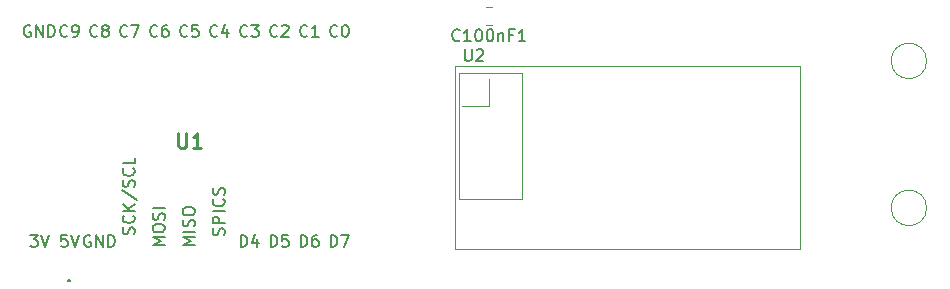
<source format=gbr>
%TF.GenerationSoftware,KiCad,Pcbnew,(5.1.8)-1*%
%TF.CreationDate,2021-03-07T23:02:04+01:00*%
%TF.ProjectId,Telemetry_receiver,54656c65-6d65-4747-9279-5f7265636569,rev?*%
%TF.SameCoordinates,Original*%
%TF.FileFunction,Legend,Top*%
%TF.FilePolarity,Positive*%
%FSLAX46Y46*%
G04 Gerber Fmt 4.6, Leading zero omitted, Abs format (unit mm)*
G04 Created by KiCad (PCBNEW (5.1.8)-1) date 2021-03-07 23:02:04*
%MOMM*%
%LPD*%
G01*
G04 APERTURE LIST*
%ADD10C,0.120000*%
%ADD11C,0.132190*%
%ADD12C,0.150000*%
%ADD13C,0.254000*%
G04 APERTURE END LIST*
D10*
%TO.C, *%
X207240833Y-97790000D02*
G75*
G03*
X207240833Y-97790000I-1500833J0D01*
G01*
X207240833Y-110236000D02*
G75*
G03*
X207240833Y-110236000I-1500833J0D01*
G01*
D11*
%TO.C,U1*%
X134718000Y-116384000D02*
X134718000Y-116384000D01*
X134586000Y-116384000D02*
X134586000Y-116384000D01*
X134718000Y-116384000D02*
G75*
G03*
X134586000Y-116384000I-66000J0D01*
G01*
X134586000Y-116384000D02*
G75*
G03*
X134718000Y-116384000I66000J0D01*
G01*
D10*
%TO.C,U2*%
X167640000Y-98806000D02*
X167640000Y-98806000D01*
X167640000Y-109474000D02*
X167640000Y-98806000D01*
X167310000Y-98230000D02*
X167310000Y-98230000D01*
X167310000Y-113680000D02*
X167310000Y-98230000D01*
X196510000Y-113680000D02*
X167310000Y-113680000D01*
X196510000Y-98230000D02*
X196510000Y-113680000D01*
X167310000Y-98230000D02*
X196510000Y-98230000D01*
X167894000Y-101600000D02*
X167894000Y-101600000D01*
X170180000Y-101600000D02*
X167894000Y-101600000D01*
X170180000Y-99314000D02*
X170180000Y-101600000D01*
X167640000Y-109474000D02*
X167640000Y-109474000D01*
X172974000Y-109474000D02*
X167640000Y-109474000D01*
X172974000Y-98806000D02*
X172974000Y-109474000D01*
X167640000Y-98806000D02*
X172974000Y-98806000D01*
%TO.C,C100nF1*%
X170441252Y-93245000D02*
X169918748Y-93245000D01*
X170441252Y-94715000D02*
X169918748Y-94715000D01*
%TO.C, *%
D12*
%TO.C,U1*%
D13*
X143847380Y-103907523D02*
X143847380Y-104935619D01*
X143907857Y-105056571D01*
X143968333Y-105117047D01*
X144089285Y-105177523D01*
X144331190Y-105177523D01*
X144452142Y-105117047D01*
X144512619Y-105056571D01*
X144573095Y-104935619D01*
X144573095Y-103907523D01*
X145843095Y-105177523D02*
X145117380Y-105177523D01*
X145480238Y-105177523D02*
X145480238Y-103907523D01*
X145359285Y-104088952D01*
X145238333Y-104209904D01*
X145117380Y-104270380D01*
D12*
X131353095Y-94795000D02*
X131257857Y-94747380D01*
X131115000Y-94747380D01*
X130972142Y-94795000D01*
X130876904Y-94890238D01*
X130829285Y-94985476D01*
X130781666Y-95175952D01*
X130781666Y-95318809D01*
X130829285Y-95509285D01*
X130876904Y-95604523D01*
X130972142Y-95699761D01*
X131115000Y-95747380D01*
X131210238Y-95747380D01*
X131353095Y-95699761D01*
X131400714Y-95652142D01*
X131400714Y-95318809D01*
X131210238Y-95318809D01*
X131829285Y-95747380D02*
X131829285Y-94747380D01*
X132400714Y-95747380D01*
X132400714Y-94747380D01*
X132876904Y-95747380D02*
X132876904Y-94747380D01*
X133115000Y-94747380D01*
X133257857Y-94795000D01*
X133353095Y-94890238D01*
X133400714Y-94985476D01*
X133448333Y-95175952D01*
X133448333Y-95318809D01*
X133400714Y-95509285D01*
X133353095Y-95604523D01*
X133257857Y-95699761D01*
X133115000Y-95747380D01*
X132876904Y-95747380D01*
X134488333Y-95652142D02*
X134440714Y-95699761D01*
X134297857Y-95747380D01*
X134202619Y-95747380D01*
X134059761Y-95699761D01*
X133964523Y-95604523D01*
X133916904Y-95509285D01*
X133869285Y-95318809D01*
X133869285Y-95175952D01*
X133916904Y-94985476D01*
X133964523Y-94890238D01*
X134059761Y-94795000D01*
X134202619Y-94747380D01*
X134297857Y-94747380D01*
X134440714Y-94795000D01*
X134488333Y-94842619D01*
X134964523Y-95747380D02*
X135155000Y-95747380D01*
X135250238Y-95699761D01*
X135297857Y-95652142D01*
X135393095Y-95509285D01*
X135440714Y-95318809D01*
X135440714Y-94937857D01*
X135393095Y-94842619D01*
X135345476Y-94795000D01*
X135250238Y-94747380D01*
X135059761Y-94747380D01*
X134964523Y-94795000D01*
X134916904Y-94842619D01*
X134869285Y-94937857D01*
X134869285Y-95175952D01*
X134916904Y-95271190D01*
X134964523Y-95318809D01*
X135059761Y-95366428D01*
X135250238Y-95366428D01*
X135345476Y-95318809D01*
X135393095Y-95271190D01*
X135440714Y-95175952D01*
X137028333Y-95652142D02*
X136980714Y-95699761D01*
X136837857Y-95747380D01*
X136742619Y-95747380D01*
X136599761Y-95699761D01*
X136504523Y-95604523D01*
X136456904Y-95509285D01*
X136409285Y-95318809D01*
X136409285Y-95175952D01*
X136456904Y-94985476D01*
X136504523Y-94890238D01*
X136599761Y-94795000D01*
X136742619Y-94747380D01*
X136837857Y-94747380D01*
X136980714Y-94795000D01*
X137028333Y-94842619D01*
X137599761Y-95175952D02*
X137504523Y-95128333D01*
X137456904Y-95080714D01*
X137409285Y-94985476D01*
X137409285Y-94937857D01*
X137456904Y-94842619D01*
X137504523Y-94795000D01*
X137599761Y-94747380D01*
X137790238Y-94747380D01*
X137885476Y-94795000D01*
X137933095Y-94842619D01*
X137980714Y-94937857D01*
X137980714Y-94985476D01*
X137933095Y-95080714D01*
X137885476Y-95128333D01*
X137790238Y-95175952D01*
X137599761Y-95175952D01*
X137504523Y-95223571D01*
X137456904Y-95271190D01*
X137409285Y-95366428D01*
X137409285Y-95556904D01*
X137456904Y-95652142D01*
X137504523Y-95699761D01*
X137599761Y-95747380D01*
X137790238Y-95747380D01*
X137885476Y-95699761D01*
X137933095Y-95652142D01*
X137980714Y-95556904D01*
X137980714Y-95366428D01*
X137933095Y-95271190D01*
X137885476Y-95223571D01*
X137790238Y-95175952D01*
X139568333Y-95652142D02*
X139520714Y-95699761D01*
X139377857Y-95747380D01*
X139282619Y-95747380D01*
X139139761Y-95699761D01*
X139044523Y-95604523D01*
X138996904Y-95509285D01*
X138949285Y-95318809D01*
X138949285Y-95175952D01*
X138996904Y-94985476D01*
X139044523Y-94890238D01*
X139139761Y-94795000D01*
X139282619Y-94747380D01*
X139377857Y-94747380D01*
X139520714Y-94795000D01*
X139568333Y-94842619D01*
X139901666Y-94747380D02*
X140568333Y-94747380D01*
X140139761Y-95747380D01*
X142108333Y-95652142D02*
X142060714Y-95699761D01*
X141917857Y-95747380D01*
X141822619Y-95747380D01*
X141679761Y-95699761D01*
X141584523Y-95604523D01*
X141536904Y-95509285D01*
X141489285Y-95318809D01*
X141489285Y-95175952D01*
X141536904Y-94985476D01*
X141584523Y-94890238D01*
X141679761Y-94795000D01*
X141822619Y-94747380D01*
X141917857Y-94747380D01*
X142060714Y-94795000D01*
X142108333Y-94842619D01*
X142965476Y-94747380D02*
X142775000Y-94747380D01*
X142679761Y-94795000D01*
X142632142Y-94842619D01*
X142536904Y-94985476D01*
X142489285Y-95175952D01*
X142489285Y-95556904D01*
X142536904Y-95652142D01*
X142584523Y-95699761D01*
X142679761Y-95747380D01*
X142870238Y-95747380D01*
X142965476Y-95699761D01*
X143013095Y-95652142D01*
X143060714Y-95556904D01*
X143060714Y-95318809D01*
X143013095Y-95223571D01*
X142965476Y-95175952D01*
X142870238Y-95128333D01*
X142679761Y-95128333D01*
X142584523Y-95175952D01*
X142536904Y-95223571D01*
X142489285Y-95318809D01*
X144648333Y-95652142D02*
X144600714Y-95699761D01*
X144457857Y-95747380D01*
X144362619Y-95747380D01*
X144219761Y-95699761D01*
X144124523Y-95604523D01*
X144076904Y-95509285D01*
X144029285Y-95318809D01*
X144029285Y-95175952D01*
X144076904Y-94985476D01*
X144124523Y-94890238D01*
X144219761Y-94795000D01*
X144362619Y-94747380D01*
X144457857Y-94747380D01*
X144600714Y-94795000D01*
X144648333Y-94842619D01*
X145553095Y-94747380D02*
X145076904Y-94747380D01*
X145029285Y-95223571D01*
X145076904Y-95175952D01*
X145172142Y-95128333D01*
X145410238Y-95128333D01*
X145505476Y-95175952D01*
X145553095Y-95223571D01*
X145600714Y-95318809D01*
X145600714Y-95556904D01*
X145553095Y-95652142D01*
X145505476Y-95699761D01*
X145410238Y-95747380D01*
X145172142Y-95747380D01*
X145076904Y-95699761D01*
X145029285Y-95652142D01*
X147188333Y-95652142D02*
X147140714Y-95699761D01*
X146997857Y-95747380D01*
X146902619Y-95747380D01*
X146759761Y-95699761D01*
X146664523Y-95604523D01*
X146616904Y-95509285D01*
X146569285Y-95318809D01*
X146569285Y-95175952D01*
X146616904Y-94985476D01*
X146664523Y-94890238D01*
X146759761Y-94795000D01*
X146902619Y-94747380D01*
X146997857Y-94747380D01*
X147140714Y-94795000D01*
X147188333Y-94842619D01*
X148045476Y-95080714D02*
X148045476Y-95747380D01*
X147807380Y-94699761D02*
X147569285Y-95414047D01*
X148188333Y-95414047D01*
X149728333Y-95652142D02*
X149680714Y-95699761D01*
X149537857Y-95747380D01*
X149442619Y-95747380D01*
X149299761Y-95699761D01*
X149204523Y-95604523D01*
X149156904Y-95509285D01*
X149109285Y-95318809D01*
X149109285Y-95175952D01*
X149156904Y-94985476D01*
X149204523Y-94890238D01*
X149299761Y-94795000D01*
X149442619Y-94747380D01*
X149537857Y-94747380D01*
X149680714Y-94795000D01*
X149728333Y-94842619D01*
X150061666Y-94747380D02*
X150680714Y-94747380D01*
X150347380Y-95128333D01*
X150490238Y-95128333D01*
X150585476Y-95175952D01*
X150633095Y-95223571D01*
X150680714Y-95318809D01*
X150680714Y-95556904D01*
X150633095Y-95652142D01*
X150585476Y-95699761D01*
X150490238Y-95747380D01*
X150204523Y-95747380D01*
X150109285Y-95699761D01*
X150061666Y-95652142D01*
X152268333Y-95652142D02*
X152220714Y-95699761D01*
X152077857Y-95747380D01*
X151982619Y-95747380D01*
X151839761Y-95699761D01*
X151744523Y-95604523D01*
X151696904Y-95509285D01*
X151649285Y-95318809D01*
X151649285Y-95175952D01*
X151696904Y-94985476D01*
X151744523Y-94890238D01*
X151839761Y-94795000D01*
X151982619Y-94747380D01*
X152077857Y-94747380D01*
X152220714Y-94795000D01*
X152268333Y-94842619D01*
X152649285Y-94842619D02*
X152696904Y-94795000D01*
X152792142Y-94747380D01*
X153030238Y-94747380D01*
X153125476Y-94795000D01*
X153173095Y-94842619D01*
X153220714Y-94937857D01*
X153220714Y-95033095D01*
X153173095Y-95175952D01*
X152601666Y-95747380D01*
X153220714Y-95747380D01*
X154808333Y-95652142D02*
X154760714Y-95699761D01*
X154617857Y-95747380D01*
X154522619Y-95747380D01*
X154379761Y-95699761D01*
X154284523Y-95604523D01*
X154236904Y-95509285D01*
X154189285Y-95318809D01*
X154189285Y-95175952D01*
X154236904Y-94985476D01*
X154284523Y-94890238D01*
X154379761Y-94795000D01*
X154522619Y-94747380D01*
X154617857Y-94747380D01*
X154760714Y-94795000D01*
X154808333Y-94842619D01*
X155760714Y-95747380D02*
X155189285Y-95747380D01*
X155475000Y-95747380D02*
X155475000Y-94747380D01*
X155379761Y-94890238D01*
X155284523Y-94985476D01*
X155189285Y-95033095D01*
X157348333Y-95652142D02*
X157300714Y-95699761D01*
X157157857Y-95747380D01*
X157062619Y-95747380D01*
X156919761Y-95699761D01*
X156824523Y-95604523D01*
X156776904Y-95509285D01*
X156729285Y-95318809D01*
X156729285Y-95175952D01*
X156776904Y-94985476D01*
X156824523Y-94890238D01*
X156919761Y-94795000D01*
X157062619Y-94747380D01*
X157157857Y-94747380D01*
X157300714Y-94795000D01*
X157348333Y-94842619D01*
X157967380Y-94747380D02*
X158062619Y-94747380D01*
X158157857Y-94795000D01*
X158205476Y-94842619D01*
X158253095Y-94937857D01*
X158300714Y-95128333D01*
X158300714Y-95366428D01*
X158253095Y-95556904D01*
X158205476Y-95652142D01*
X158157857Y-95699761D01*
X158062619Y-95747380D01*
X157967380Y-95747380D01*
X157872142Y-95699761D01*
X157824523Y-95652142D01*
X157776904Y-95556904D01*
X157729285Y-95366428D01*
X157729285Y-95128333D01*
X157776904Y-94937857D01*
X157824523Y-94842619D01*
X157872142Y-94795000D01*
X157967380Y-94747380D01*
X156776904Y-113527380D02*
X156776904Y-112527380D01*
X157015000Y-112527380D01*
X157157857Y-112575000D01*
X157253095Y-112670238D01*
X157300714Y-112765476D01*
X157348333Y-112955952D01*
X157348333Y-113098809D01*
X157300714Y-113289285D01*
X157253095Y-113384523D01*
X157157857Y-113479761D01*
X157015000Y-113527380D01*
X156776904Y-113527380D01*
X157681666Y-112527380D02*
X158348333Y-112527380D01*
X157919761Y-113527380D01*
X154236904Y-113527380D02*
X154236904Y-112527380D01*
X154475000Y-112527380D01*
X154617857Y-112575000D01*
X154713095Y-112670238D01*
X154760714Y-112765476D01*
X154808333Y-112955952D01*
X154808333Y-113098809D01*
X154760714Y-113289285D01*
X154713095Y-113384523D01*
X154617857Y-113479761D01*
X154475000Y-113527380D01*
X154236904Y-113527380D01*
X155665476Y-112527380D02*
X155475000Y-112527380D01*
X155379761Y-112575000D01*
X155332142Y-112622619D01*
X155236904Y-112765476D01*
X155189285Y-112955952D01*
X155189285Y-113336904D01*
X155236904Y-113432142D01*
X155284523Y-113479761D01*
X155379761Y-113527380D01*
X155570238Y-113527380D01*
X155665476Y-113479761D01*
X155713095Y-113432142D01*
X155760714Y-113336904D01*
X155760714Y-113098809D01*
X155713095Y-113003571D01*
X155665476Y-112955952D01*
X155570238Y-112908333D01*
X155379761Y-112908333D01*
X155284523Y-112955952D01*
X155236904Y-113003571D01*
X155189285Y-113098809D01*
X151696904Y-113527380D02*
X151696904Y-112527380D01*
X151935000Y-112527380D01*
X152077857Y-112575000D01*
X152173095Y-112670238D01*
X152220714Y-112765476D01*
X152268333Y-112955952D01*
X152268333Y-113098809D01*
X152220714Y-113289285D01*
X152173095Y-113384523D01*
X152077857Y-113479761D01*
X151935000Y-113527380D01*
X151696904Y-113527380D01*
X153173095Y-112527380D02*
X152696904Y-112527380D01*
X152649285Y-113003571D01*
X152696904Y-112955952D01*
X152792142Y-112908333D01*
X153030238Y-112908333D01*
X153125476Y-112955952D01*
X153173095Y-113003571D01*
X153220714Y-113098809D01*
X153220714Y-113336904D01*
X153173095Y-113432142D01*
X153125476Y-113479761D01*
X153030238Y-113527380D01*
X152792142Y-113527380D01*
X152696904Y-113479761D01*
X152649285Y-113432142D01*
X149156904Y-113527380D02*
X149156904Y-112527380D01*
X149395000Y-112527380D01*
X149537857Y-112575000D01*
X149633095Y-112670238D01*
X149680714Y-112765476D01*
X149728333Y-112955952D01*
X149728333Y-113098809D01*
X149680714Y-113289285D01*
X149633095Y-113384523D01*
X149537857Y-113479761D01*
X149395000Y-113527380D01*
X149156904Y-113527380D01*
X150585476Y-112860714D02*
X150585476Y-113527380D01*
X150347380Y-112479761D02*
X150109285Y-113194047D01*
X150728333Y-113194047D01*
X147759761Y-112535000D02*
X147807380Y-112392142D01*
X147807380Y-112154047D01*
X147759761Y-112058809D01*
X147712142Y-112011190D01*
X147616904Y-111963571D01*
X147521666Y-111963571D01*
X147426428Y-112011190D01*
X147378809Y-112058809D01*
X147331190Y-112154047D01*
X147283571Y-112344523D01*
X147235952Y-112439761D01*
X147188333Y-112487380D01*
X147093095Y-112535000D01*
X146997857Y-112535000D01*
X146902619Y-112487380D01*
X146855000Y-112439761D01*
X146807380Y-112344523D01*
X146807380Y-112106428D01*
X146855000Y-111963571D01*
X147807380Y-111535000D02*
X146807380Y-111535000D01*
X146807380Y-111154047D01*
X146855000Y-111058809D01*
X146902619Y-111011190D01*
X146997857Y-110963571D01*
X147140714Y-110963571D01*
X147235952Y-111011190D01*
X147283571Y-111058809D01*
X147331190Y-111154047D01*
X147331190Y-111535000D01*
X147807380Y-110535000D02*
X146807380Y-110535000D01*
X147712142Y-109487380D02*
X147759761Y-109535000D01*
X147807380Y-109677857D01*
X147807380Y-109773095D01*
X147759761Y-109915952D01*
X147664523Y-110011190D01*
X147569285Y-110058809D01*
X147378809Y-110106428D01*
X147235952Y-110106428D01*
X147045476Y-110058809D01*
X146950238Y-110011190D01*
X146855000Y-109915952D01*
X146807380Y-109773095D01*
X146807380Y-109677857D01*
X146855000Y-109535000D01*
X146902619Y-109487380D01*
X147759761Y-109106428D02*
X147807380Y-108963571D01*
X147807380Y-108725476D01*
X147759761Y-108630238D01*
X147712142Y-108582619D01*
X147616904Y-108535000D01*
X147521666Y-108535000D01*
X147426428Y-108582619D01*
X147378809Y-108630238D01*
X147331190Y-108725476D01*
X147283571Y-108915952D01*
X147235952Y-109011190D01*
X147188333Y-109058809D01*
X147093095Y-109106428D01*
X146997857Y-109106428D01*
X146902619Y-109058809D01*
X146855000Y-109011190D01*
X146807380Y-108915952D01*
X146807380Y-108677857D01*
X146855000Y-108535000D01*
X145267380Y-113376428D02*
X144267380Y-113376428D01*
X144981666Y-113043095D01*
X144267380Y-112709761D01*
X145267380Y-112709761D01*
X145267380Y-112233571D02*
X144267380Y-112233571D01*
X145219761Y-111805000D02*
X145267380Y-111662142D01*
X145267380Y-111424047D01*
X145219761Y-111328809D01*
X145172142Y-111281190D01*
X145076904Y-111233571D01*
X144981666Y-111233571D01*
X144886428Y-111281190D01*
X144838809Y-111328809D01*
X144791190Y-111424047D01*
X144743571Y-111614523D01*
X144695952Y-111709761D01*
X144648333Y-111757380D01*
X144553095Y-111805000D01*
X144457857Y-111805000D01*
X144362619Y-111757380D01*
X144315000Y-111709761D01*
X144267380Y-111614523D01*
X144267380Y-111376428D01*
X144315000Y-111233571D01*
X144267380Y-110614523D02*
X144267380Y-110424047D01*
X144315000Y-110328809D01*
X144410238Y-110233571D01*
X144600714Y-110185952D01*
X144934047Y-110185952D01*
X145124523Y-110233571D01*
X145219761Y-110328809D01*
X145267380Y-110424047D01*
X145267380Y-110614523D01*
X145219761Y-110709761D01*
X145124523Y-110805000D01*
X144934047Y-110852619D01*
X144600714Y-110852619D01*
X144410238Y-110805000D01*
X144315000Y-110709761D01*
X144267380Y-110614523D01*
X142727380Y-113376428D02*
X141727380Y-113376428D01*
X142441666Y-113043095D01*
X141727380Y-112709761D01*
X142727380Y-112709761D01*
X141727380Y-112043095D02*
X141727380Y-111852619D01*
X141775000Y-111757380D01*
X141870238Y-111662142D01*
X142060714Y-111614523D01*
X142394047Y-111614523D01*
X142584523Y-111662142D01*
X142679761Y-111757380D01*
X142727380Y-111852619D01*
X142727380Y-112043095D01*
X142679761Y-112138333D01*
X142584523Y-112233571D01*
X142394047Y-112281190D01*
X142060714Y-112281190D01*
X141870238Y-112233571D01*
X141775000Y-112138333D01*
X141727380Y-112043095D01*
X142679761Y-111233571D02*
X142727380Y-111090714D01*
X142727380Y-110852619D01*
X142679761Y-110757380D01*
X142632142Y-110709761D01*
X142536904Y-110662142D01*
X142441666Y-110662142D01*
X142346428Y-110709761D01*
X142298809Y-110757380D01*
X142251190Y-110852619D01*
X142203571Y-111043095D01*
X142155952Y-111138333D01*
X142108333Y-111185952D01*
X142013095Y-111233571D01*
X141917857Y-111233571D01*
X141822619Y-111185952D01*
X141775000Y-111138333D01*
X141727380Y-111043095D01*
X141727380Y-110805000D01*
X141775000Y-110662142D01*
X142727380Y-110233571D02*
X141727380Y-110233571D01*
X140139761Y-112455476D02*
X140187380Y-112312619D01*
X140187380Y-112074523D01*
X140139761Y-111979285D01*
X140092142Y-111931666D01*
X139996904Y-111884047D01*
X139901666Y-111884047D01*
X139806428Y-111931666D01*
X139758809Y-111979285D01*
X139711190Y-112074523D01*
X139663571Y-112265000D01*
X139615952Y-112360238D01*
X139568333Y-112407857D01*
X139473095Y-112455476D01*
X139377857Y-112455476D01*
X139282619Y-112407857D01*
X139235000Y-112360238D01*
X139187380Y-112265000D01*
X139187380Y-112026904D01*
X139235000Y-111884047D01*
X140092142Y-110884047D02*
X140139761Y-110931666D01*
X140187380Y-111074523D01*
X140187380Y-111169761D01*
X140139761Y-111312619D01*
X140044523Y-111407857D01*
X139949285Y-111455476D01*
X139758809Y-111503095D01*
X139615952Y-111503095D01*
X139425476Y-111455476D01*
X139330238Y-111407857D01*
X139235000Y-111312619D01*
X139187380Y-111169761D01*
X139187380Y-111074523D01*
X139235000Y-110931666D01*
X139282619Y-110884047D01*
X140187380Y-110455476D02*
X139187380Y-110455476D01*
X140187380Y-109884047D02*
X139615952Y-110312619D01*
X139187380Y-109884047D02*
X139758809Y-110455476D01*
X139139761Y-108741190D02*
X140425476Y-109598333D01*
X140139761Y-108455476D02*
X140187380Y-108312619D01*
X140187380Y-108074523D01*
X140139761Y-107979285D01*
X140092142Y-107931666D01*
X139996904Y-107884047D01*
X139901666Y-107884047D01*
X139806428Y-107931666D01*
X139758809Y-107979285D01*
X139711190Y-108074523D01*
X139663571Y-108265000D01*
X139615952Y-108360238D01*
X139568333Y-108407857D01*
X139473095Y-108455476D01*
X139377857Y-108455476D01*
X139282619Y-108407857D01*
X139235000Y-108360238D01*
X139187380Y-108265000D01*
X139187380Y-108026904D01*
X139235000Y-107884047D01*
X140092142Y-106884047D02*
X140139761Y-106931666D01*
X140187380Y-107074523D01*
X140187380Y-107169761D01*
X140139761Y-107312619D01*
X140044523Y-107407857D01*
X139949285Y-107455476D01*
X139758809Y-107503095D01*
X139615952Y-107503095D01*
X139425476Y-107455476D01*
X139330238Y-107407857D01*
X139235000Y-107312619D01*
X139187380Y-107169761D01*
X139187380Y-107074523D01*
X139235000Y-106931666D01*
X139282619Y-106884047D01*
X140187380Y-105979285D02*
X140187380Y-106455476D01*
X139187380Y-106455476D01*
X136433095Y-112575000D02*
X136337857Y-112527380D01*
X136195000Y-112527380D01*
X136052142Y-112575000D01*
X135956904Y-112670238D01*
X135909285Y-112765476D01*
X135861666Y-112955952D01*
X135861666Y-113098809D01*
X135909285Y-113289285D01*
X135956904Y-113384523D01*
X136052142Y-113479761D01*
X136195000Y-113527380D01*
X136290238Y-113527380D01*
X136433095Y-113479761D01*
X136480714Y-113432142D01*
X136480714Y-113098809D01*
X136290238Y-113098809D01*
X136909285Y-113527380D02*
X136909285Y-112527380D01*
X137480714Y-113527380D01*
X137480714Y-112527380D01*
X137956904Y-113527380D02*
X137956904Y-112527380D01*
X138195000Y-112527380D01*
X138337857Y-112575000D01*
X138433095Y-112670238D01*
X138480714Y-112765476D01*
X138528333Y-112955952D01*
X138528333Y-113098809D01*
X138480714Y-113289285D01*
X138433095Y-113384523D01*
X138337857Y-113479761D01*
X138195000Y-113527380D01*
X137956904Y-113527380D01*
X134464523Y-112527380D02*
X133988333Y-112527380D01*
X133940714Y-113003571D01*
X133988333Y-112955952D01*
X134083571Y-112908333D01*
X134321666Y-112908333D01*
X134416904Y-112955952D01*
X134464523Y-113003571D01*
X134512142Y-113098809D01*
X134512142Y-113336904D01*
X134464523Y-113432142D01*
X134416904Y-113479761D01*
X134321666Y-113527380D01*
X134083571Y-113527380D01*
X133988333Y-113479761D01*
X133940714Y-113432142D01*
X134797857Y-112527380D02*
X135131190Y-113527380D01*
X135464523Y-112527380D01*
X131353095Y-112527380D02*
X131972142Y-112527380D01*
X131638809Y-112908333D01*
X131781666Y-112908333D01*
X131876904Y-112955952D01*
X131924523Y-113003571D01*
X131972142Y-113098809D01*
X131972142Y-113336904D01*
X131924523Y-113432142D01*
X131876904Y-113479761D01*
X131781666Y-113527380D01*
X131495952Y-113527380D01*
X131400714Y-113479761D01*
X131353095Y-113432142D01*
X132257857Y-112527380D02*
X132591190Y-113527380D01*
X132924523Y-112527380D01*
%TO.C,U2*%
X168148095Y-96782380D02*
X168148095Y-97591904D01*
X168195714Y-97687142D01*
X168243333Y-97734761D01*
X168338571Y-97782380D01*
X168529047Y-97782380D01*
X168624285Y-97734761D01*
X168671904Y-97687142D01*
X168719523Y-97591904D01*
X168719523Y-96782380D01*
X169148095Y-96877619D02*
X169195714Y-96830000D01*
X169290952Y-96782380D01*
X169529047Y-96782380D01*
X169624285Y-96830000D01*
X169671904Y-96877619D01*
X169719523Y-96972857D01*
X169719523Y-97068095D01*
X169671904Y-97210952D01*
X169100476Y-97782380D01*
X169719523Y-97782380D01*
%TO.C,C100nF1*%
X167703809Y-96017142D02*
X167656190Y-96064761D01*
X167513333Y-96112380D01*
X167418095Y-96112380D01*
X167275238Y-96064761D01*
X167180000Y-95969523D01*
X167132380Y-95874285D01*
X167084761Y-95683809D01*
X167084761Y-95540952D01*
X167132380Y-95350476D01*
X167180000Y-95255238D01*
X167275238Y-95160000D01*
X167418095Y-95112380D01*
X167513333Y-95112380D01*
X167656190Y-95160000D01*
X167703809Y-95207619D01*
X168656190Y-96112380D02*
X168084761Y-96112380D01*
X168370476Y-96112380D02*
X168370476Y-95112380D01*
X168275238Y-95255238D01*
X168180000Y-95350476D01*
X168084761Y-95398095D01*
X169275238Y-95112380D02*
X169370476Y-95112380D01*
X169465714Y-95160000D01*
X169513333Y-95207619D01*
X169560952Y-95302857D01*
X169608571Y-95493333D01*
X169608571Y-95731428D01*
X169560952Y-95921904D01*
X169513333Y-96017142D01*
X169465714Y-96064761D01*
X169370476Y-96112380D01*
X169275238Y-96112380D01*
X169180000Y-96064761D01*
X169132380Y-96017142D01*
X169084761Y-95921904D01*
X169037142Y-95731428D01*
X169037142Y-95493333D01*
X169084761Y-95302857D01*
X169132380Y-95207619D01*
X169180000Y-95160000D01*
X169275238Y-95112380D01*
X170227619Y-95112380D02*
X170322857Y-95112380D01*
X170418095Y-95160000D01*
X170465714Y-95207619D01*
X170513333Y-95302857D01*
X170560952Y-95493333D01*
X170560952Y-95731428D01*
X170513333Y-95921904D01*
X170465714Y-96017142D01*
X170418095Y-96064761D01*
X170322857Y-96112380D01*
X170227619Y-96112380D01*
X170132380Y-96064761D01*
X170084761Y-96017142D01*
X170037142Y-95921904D01*
X169989523Y-95731428D01*
X169989523Y-95493333D01*
X170037142Y-95302857D01*
X170084761Y-95207619D01*
X170132380Y-95160000D01*
X170227619Y-95112380D01*
X170989523Y-95445714D02*
X170989523Y-96112380D01*
X170989523Y-95540952D02*
X171037142Y-95493333D01*
X171132380Y-95445714D01*
X171275238Y-95445714D01*
X171370476Y-95493333D01*
X171418095Y-95588571D01*
X171418095Y-96112380D01*
X172227619Y-95588571D02*
X171894285Y-95588571D01*
X171894285Y-96112380D02*
X171894285Y-95112380D01*
X172370476Y-95112380D01*
X173275238Y-96112380D02*
X172703809Y-96112380D01*
X172989523Y-96112380D02*
X172989523Y-95112380D01*
X172894285Y-95255238D01*
X172799047Y-95350476D01*
X172703809Y-95398095D01*
%TD*%
M02*

</source>
